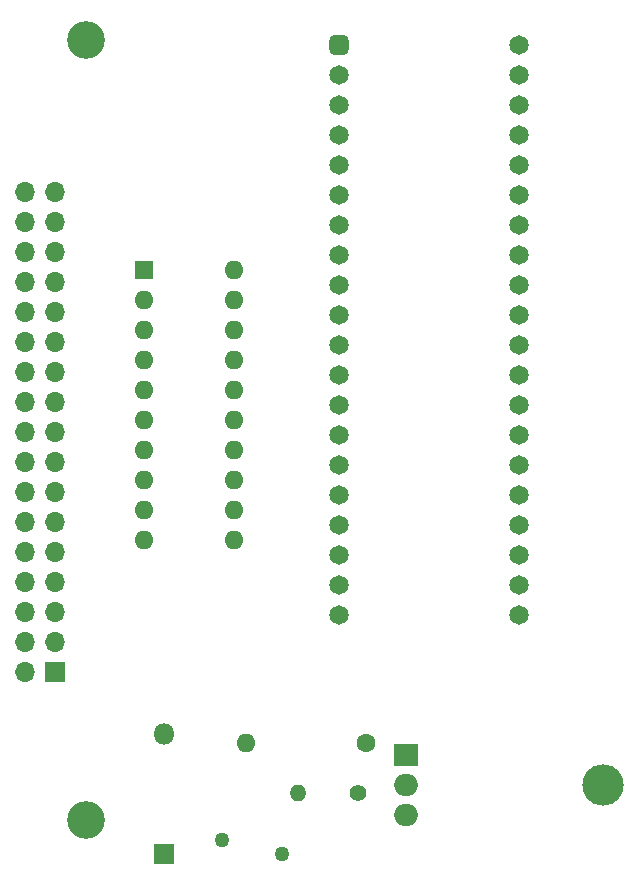
<source format=gbr>
%TF.GenerationSoftware,KiCad,Pcbnew,(6.0.2)*%
%TF.CreationDate,2022-04-07T06:34:10-06:00*%
%TF.ProjectId,MacPortable_THTV1,4d616350-6f72-4746-9162-6c655f544854,rev?*%
%TF.SameCoordinates,Original*%
%TF.FileFunction,Soldermask,Bot*%
%TF.FilePolarity,Negative*%
%FSLAX46Y46*%
G04 Gerber Fmt 4.6, Leading zero omitted, Abs format (unit mm)*
G04 Created by KiCad (PCBNEW (6.0.2)) date 2022-04-07 06:34:10*
%MOMM*%
%LPD*%
G01*
G04 APERTURE LIST*
G04 Aperture macros list*
%AMRoundRect*
0 Rectangle with rounded corners*
0 $1 Rounding radius*
0 $2 $3 $4 $5 $6 $7 $8 $9 X,Y pos of 4 corners*
0 Add a 4 corners polygon primitive as box body*
4,1,4,$2,$3,$4,$5,$6,$7,$8,$9,$2,$3,0*
0 Add four circle primitives for the rounded corners*
1,1,$1+$1,$2,$3*
1,1,$1+$1,$4,$5*
1,1,$1+$1,$6,$7*
1,1,$1+$1,$8,$9*
0 Add four rect primitives between the rounded corners*
20,1,$1+$1,$2,$3,$4,$5,0*
20,1,$1+$1,$4,$5,$6,$7,0*
20,1,$1+$1,$6,$7,$8,$9,0*
20,1,$1+$1,$8,$9,$2,$3,0*%
G04 Aperture macros list end*
%ADD10R,1.700000X1.700000*%
%ADD11O,1.700000X1.700000*%
%ADD12O,3.500000X3.500000*%
%ADD13R,2.000000X1.905000*%
%ADD14O,2.000000X1.905000*%
%ADD15R,1.800000X1.800000*%
%ADD16O,1.800000X1.800000*%
%ADD17C,3.200000*%
%ADD18RoundRect,0.412500X-0.412500X-0.412500X0.412500X-0.412500X0.412500X0.412500X-0.412500X0.412500X0*%
%ADD19C,1.650000*%
%ADD20C,1.270000*%
%ADD21C,1.600000*%
%ADD22O,1.600000X1.600000*%
%ADD23C,1.400000*%
%ADD24O,1.400000X1.400000*%
%ADD25R,1.600000X1.600000*%
G04 APERTURE END LIST*
D10*
%TO.C,J2*%
X112156240Y-117589300D03*
D11*
X109616240Y-117589300D03*
X112156240Y-115049300D03*
X109616240Y-115049300D03*
X112156240Y-112509300D03*
X109616240Y-112509300D03*
X112156240Y-109969300D03*
X109616240Y-109969300D03*
X112156240Y-107429300D03*
X109616240Y-107429300D03*
X112156240Y-104889300D03*
X109616240Y-104889300D03*
X112156240Y-102349300D03*
X109616240Y-102349300D03*
X112156240Y-99809300D03*
X109616240Y-99809300D03*
X112156240Y-97269300D03*
X109616240Y-97269300D03*
X112156240Y-94729300D03*
X109616240Y-94729300D03*
X112156240Y-92189300D03*
X109616240Y-92189300D03*
X112156240Y-89649300D03*
X109616240Y-89649300D03*
X112156240Y-87109300D03*
X109616240Y-87109300D03*
X112156240Y-84569300D03*
X109616240Y-84569300D03*
X112156240Y-82029300D03*
X109616240Y-82029300D03*
X112156240Y-79489300D03*
X109616240Y-79489300D03*
X112156240Y-76949300D03*
X109616240Y-76949300D03*
%TD*%
D12*
%TO.C,U1*%
X158552020Y-127096520D03*
D13*
X141892020Y-124556520D03*
D14*
X141892020Y-127096520D03*
X141892020Y-129636520D03*
%TD*%
D15*
%TO.C,D1*%
X121353580Y-132999480D03*
D16*
X121353580Y-122839480D03*
%TD*%
D17*
%TO.C,REF\u002A\u002A*%
X114800380Y-64041020D03*
%TD*%
%TO.C,REF\u002A\u002A*%
X114787680Y-130121660D03*
%TD*%
D18*
%TO.C,BP1*%
X136210040Y-64513460D03*
D19*
X136210040Y-67053460D03*
X136210040Y-69593460D03*
X136210040Y-72133460D03*
X136210040Y-74673460D03*
X136210040Y-77213460D03*
X136210040Y-79753460D03*
X136210040Y-82293460D03*
X136210040Y-84833460D03*
X136210040Y-87373460D03*
X136210040Y-89913460D03*
X136210040Y-92453460D03*
X136210040Y-94993460D03*
X136210040Y-97533460D03*
X136210040Y-100073460D03*
X136210040Y-102613460D03*
X136210040Y-105153460D03*
X136210040Y-107693460D03*
X136210040Y-110233460D03*
X136210040Y-112773460D03*
X151450040Y-112773460D03*
X151450040Y-110233460D03*
X151450040Y-107693460D03*
X151450040Y-105153460D03*
X151450040Y-102613460D03*
X151450040Y-100073460D03*
X151450040Y-97533460D03*
X151450040Y-94993460D03*
X151450040Y-92453460D03*
X151450040Y-89913460D03*
X151450040Y-87373460D03*
X151450040Y-84833460D03*
X151450040Y-82293460D03*
X151450040Y-79753460D03*
X151450040Y-77213460D03*
X151450040Y-74673460D03*
X151450040Y-72133460D03*
X151450040Y-69593460D03*
X151450040Y-67053460D03*
X151450040Y-64513460D03*
%TD*%
D20*
%TO.C,F1*%
X131361180Y-132946140D03*
X126281180Y-131803140D03*
%TD*%
D21*
%TO.C,R1*%
X138460480Y-123616720D03*
D22*
X128300480Y-123616720D03*
%TD*%
D23*
%TO.C,R2*%
X137772140Y-127850900D03*
D24*
X132692140Y-127850900D03*
%TD*%
D25*
%TO.C,U2*%
X119697500Y-83497420D03*
D22*
X119697500Y-86037420D03*
X119697500Y-88577420D03*
X119697500Y-91117420D03*
X119697500Y-93657420D03*
X119697500Y-96197420D03*
X119697500Y-98737420D03*
X119697500Y-101277420D03*
X119697500Y-103817420D03*
X119697500Y-106357420D03*
X127317500Y-106357420D03*
X127317500Y-103817420D03*
X127317500Y-101277420D03*
X127317500Y-98737420D03*
X127317500Y-96197420D03*
X127317500Y-93657420D03*
X127317500Y-91117420D03*
X127317500Y-88577420D03*
X127317500Y-86037420D03*
X127317500Y-83497420D03*
%TD*%
M02*

</source>
